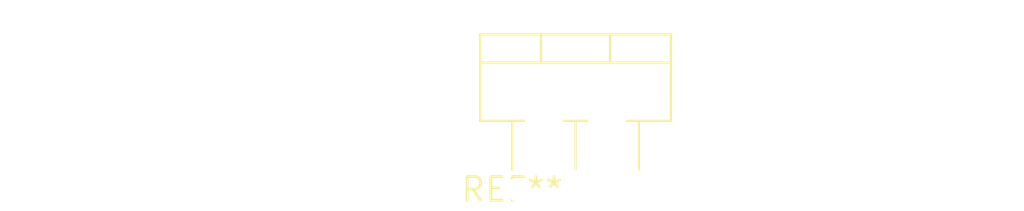
<source format=kicad_pcb>
(kicad_pcb (version 20240108) (generator pcbnew)
  (layers (0 "F.Cu" signal) (31 "B.Cu" signal) (34 "B.Paste" user) (35 "F.Paste" user) (36 "B.SilkS" user "B.Silkscreen") (37 "F.SilkS" user "F.Silkscreen") (38 "B.Mask" user) (39 "F.Mask" user) (44 "Edge.Cuts" user))
  (net 0 "")
  (footprint "TO-220-5_P3.4x3.7mm_StaggerOdd_Lead3.8mm_Vertical" (layer "F.Cu") (at 0 0)
    (property "Reference" "REF**")
    (property "Value" "TO-220-5_P3.4x3.7mm_StaggerOdd_Lead3.8mm_Vertical")
    (fp_line (start -1.721 -8.32) (end -1.721 -3.679) (layer "F.SilkS") (stroke (width 0.12)))
    (fp_line (start -1.721 -8.32) (end 8.52 -8.32) (layer "F.SilkS") (stroke (width 0.12)))
    (fp_line (start -1.721 -6.811) (end 8.52 -6.811) (layer "F.SilkS") (stroke (width 0.12)))
    (fp_line (start -1.721 -3.679) (end 0.635 -3.679) (layer "F.SilkS") (stroke (width 0.12)))
    (fp_line (start 0 -3.679) (end 0 -1.049) (layer "F.SilkS") (stroke (width 0.12)))
    (fp_line (start 1.55 -8.32) (end 1.55 -6.811) (layer "F.SilkS") (stroke (width 0.12)))
    (fp_line (start 2.765 -3.679) (end 4.035 -3.679) (layer "F.SilkS") (stroke (width 0.12)))
    (fp_line (start 3.4 -3.679) (end 3.4 -1.065) (layer "F.SilkS") (stroke (width 0.12)))
    (fp_line (start 5.25 -8.32) (end 5.25 -6.811) (layer "F.SilkS") (stroke (width 0.12)))
    (fp_line (start 6.165 -3.679) (end 8.52 -3.679) (layer "F.SilkS") (stroke (width 0.12)))
    (fp_line (start 6.8 -3.679) (end 6.8 -1.065) (layer "F.SilkS") (stroke (width 0.12)))
    (fp_line (start 8.52 -8.32) (end 8.52 -3.679) (layer "F.SilkS") (stroke (width 0.12)))
    (pad "1" thru_hole rect (at 0 0) (size 1.8 1.8) (drill 1.1) (layers *.Cu *.Mask) (remove_unused_layers))
    (pad "2" thru_hole oval (at 1.7 -3.7) (size 1.8 1.8) (drill 1.1) (layers *.Cu *.Mask) (remove_unused_layers))
    (pad "3" thru_hole oval (at 3.4 0) (size 1.8 1.8) (drill 1.1) (layers *.Cu *.Mask) (remove_unused_layers))
    (pad "4" thru_hole oval (at 5.1 -3.7) (size 1.8 1.8) (drill 1.1) (layers *.Cu *.Mask) (remove_unused_layers))
    (pad "5" thru_hole oval (at 6.8 0) (size 1.8 1.8) (drill 1.1) (layers *.Cu *.Mask) (remove_unused_layers))
  )
)
</source>
